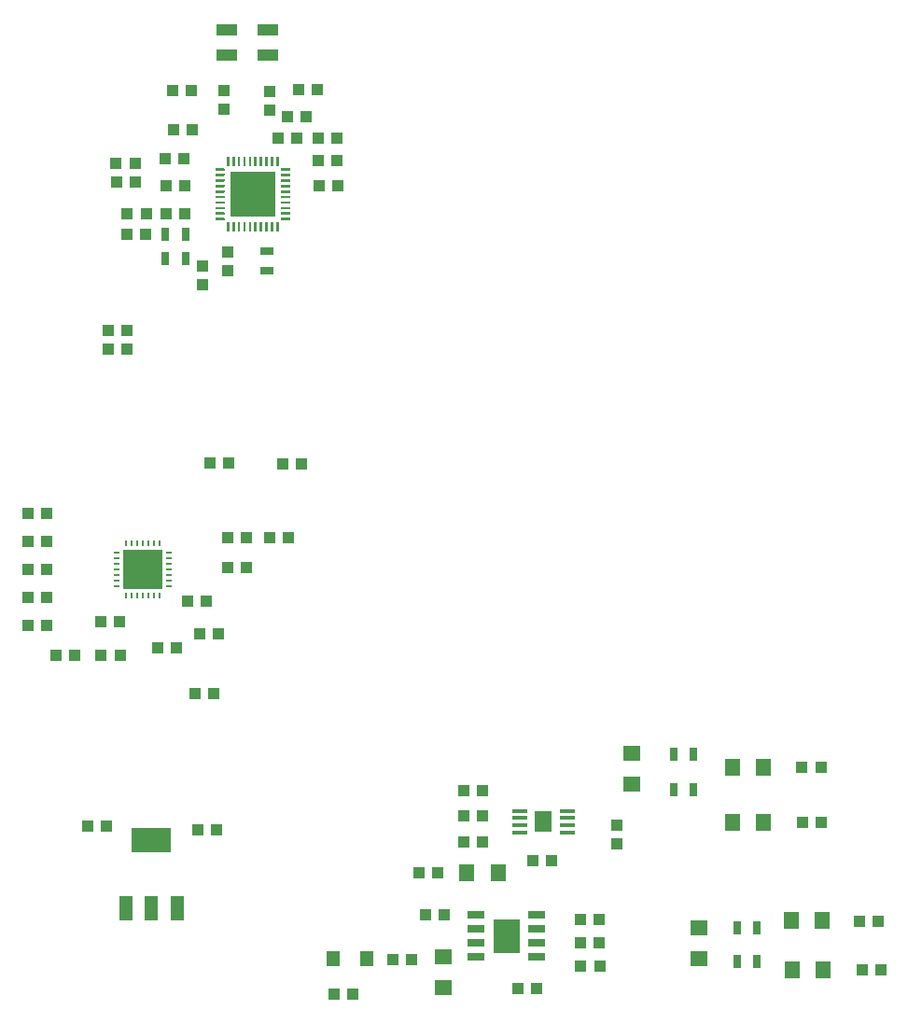
<source format=gbr>
G04 EAGLE Gerber X2 export*
%TF.Part,Single*%
%TF.FileFunction,Paste,Top*%
%TF.FilePolarity,Positive*%
%TF.GenerationSoftware,Autodesk,EAGLE,8.6.0*%
%TF.CreationDate,2018-05-28T12:08:45Z*%
G75*
%MOMM*%
%FSLAX34Y34*%
%LPD*%
%AMOC8*
5,1,8,0,0,1.08239X$1,22.5*%
G01*
%ADD10R,1.100000X1.000000*%
%ADD11R,3.600000X3.600000*%
%ADD12R,0.250000X0.600000*%
%ADD13R,0.600000X0.250000*%
%ADD14R,1.219200X2.235200*%
%ADD15R,3.600000X2.200000*%
%ADD16R,1.550000X0.650000*%
%ADD17R,2.410000X3.100000*%
%ADD18R,1.600000X1.400000*%
%ADD19R,1.200000X1.400000*%
%ADD20R,0.800000X1.200000*%
%ADD21R,1.400000X1.600000*%
%ADD22R,1.422400X0.431800*%
%ADD23R,1.574800X1.879600*%
%ADD24R,1.000000X1.100000*%
%ADD25R,0.838200X0.279400*%
%ADD26R,0.279400X0.838200*%
%ADD27R,4.140200X4.140200*%
%ADD28R,1.200000X0.800000*%
%ADD29R,1.900000X1.100000*%

G36*
X324106Y811019D02*
X324106Y811019D01*
X324108Y811018D01*
X325632Y812542D01*
X325632Y812545D01*
X325633Y812546D01*
X325633Y815340D01*
X325631Y815342D01*
X325632Y815344D01*
X324108Y816868D01*
X324105Y816868D01*
X324104Y816869D01*
X321310Y816869D01*
X321308Y816867D01*
X321306Y816868D01*
X319782Y815344D01*
X319782Y815342D01*
X319781Y815340D01*
X319781Y812546D01*
X319783Y812544D01*
X319782Y812542D01*
X321306Y811018D01*
X321309Y811018D01*
X321310Y811017D01*
X324104Y811017D01*
X324106Y811019D01*
G37*
G36*
X316232Y811019D02*
X316232Y811019D01*
X316234Y811018D01*
X317758Y812542D01*
X317758Y812545D01*
X317759Y812546D01*
X317759Y815340D01*
X317757Y815342D01*
X317758Y815344D01*
X316234Y816868D01*
X316231Y816868D01*
X316230Y816869D01*
X313436Y816869D01*
X313434Y816867D01*
X313432Y816868D01*
X311908Y815344D01*
X311908Y815342D01*
X311907Y815340D01*
X311907Y812546D01*
X311909Y812544D01*
X311908Y812542D01*
X313432Y811018D01*
X313435Y811018D01*
X313436Y811017D01*
X316230Y811017D01*
X316232Y811019D01*
G37*
G36*
X331980Y811019D02*
X331980Y811019D01*
X331982Y811018D01*
X333506Y812542D01*
X333506Y812545D01*
X333507Y812546D01*
X333507Y815340D01*
X333505Y815342D01*
X333506Y815344D01*
X331982Y816868D01*
X331979Y816868D01*
X331978Y816869D01*
X329184Y816869D01*
X329182Y816867D01*
X329180Y816868D01*
X327656Y815344D01*
X327656Y815342D01*
X327655Y815340D01*
X327655Y812546D01*
X327657Y812544D01*
X327656Y812542D01*
X329180Y811018D01*
X329183Y811018D01*
X329184Y811017D01*
X331978Y811017D01*
X331980Y811019D01*
G37*
G36*
X308358Y811019D02*
X308358Y811019D01*
X308360Y811018D01*
X309884Y812542D01*
X309884Y812545D01*
X309885Y812546D01*
X309885Y815340D01*
X309883Y815342D01*
X309884Y815344D01*
X308360Y816868D01*
X308357Y816868D01*
X308356Y816869D01*
X305562Y816869D01*
X305560Y816867D01*
X305558Y816868D01*
X304034Y815344D01*
X304034Y815342D01*
X304033Y815340D01*
X304033Y812546D01*
X304035Y812544D01*
X304034Y812542D01*
X305558Y811018D01*
X305561Y811018D01*
X305562Y811017D01*
X308356Y811017D01*
X308358Y811019D01*
G37*
G36*
X316232Y818893D02*
X316232Y818893D01*
X316234Y818892D01*
X317758Y820416D01*
X317758Y820419D01*
X317759Y820420D01*
X317759Y823214D01*
X317757Y823216D01*
X317758Y823218D01*
X316234Y824742D01*
X316231Y824742D01*
X316230Y824743D01*
X313436Y824743D01*
X313434Y824741D01*
X313432Y824742D01*
X311908Y823218D01*
X311908Y823216D01*
X311907Y823214D01*
X311907Y820420D01*
X311909Y820418D01*
X311908Y820416D01*
X313432Y818892D01*
X313435Y818892D01*
X313436Y818891D01*
X316230Y818891D01*
X316232Y818893D01*
G37*
G36*
X331980Y818893D02*
X331980Y818893D01*
X331982Y818892D01*
X333506Y820416D01*
X333506Y820419D01*
X333507Y820420D01*
X333507Y823214D01*
X333505Y823216D01*
X333506Y823218D01*
X331982Y824742D01*
X331979Y824742D01*
X331978Y824743D01*
X329184Y824743D01*
X329182Y824741D01*
X329180Y824742D01*
X327656Y823218D01*
X327656Y823216D01*
X327655Y823214D01*
X327655Y820420D01*
X327657Y820418D01*
X327656Y820416D01*
X329180Y818892D01*
X329183Y818892D01*
X329184Y818891D01*
X331978Y818891D01*
X331980Y818893D01*
G37*
G36*
X331980Y795271D02*
X331980Y795271D01*
X331982Y795270D01*
X333506Y796794D01*
X333506Y796797D01*
X333507Y796798D01*
X333507Y799592D01*
X333505Y799594D01*
X333506Y799596D01*
X331982Y801120D01*
X331979Y801120D01*
X331978Y801121D01*
X329184Y801121D01*
X329182Y801119D01*
X329180Y801120D01*
X327656Y799596D01*
X327656Y799594D01*
X327655Y799592D01*
X327655Y796798D01*
X327657Y796796D01*
X327656Y796794D01*
X329180Y795270D01*
X329183Y795270D01*
X329184Y795269D01*
X331978Y795269D01*
X331980Y795271D01*
G37*
G36*
X308358Y795271D02*
X308358Y795271D01*
X308360Y795270D01*
X309884Y796794D01*
X309884Y796797D01*
X309885Y796798D01*
X309885Y799592D01*
X309883Y799594D01*
X309884Y799596D01*
X308360Y801120D01*
X308357Y801120D01*
X308356Y801121D01*
X305562Y801121D01*
X305560Y801119D01*
X305558Y801120D01*
X304034Y799596D01*
X304034Y799594D01*
X304033Y799592D01*
X304033Y796798D01*
X304035Y796796D01*
X304034Y796794D01*
X305558Y795270D01*
X305561Y795270D01*
X305562Y795269D01*
X308356Y795269D01*
X308358Y795271D01*
G37*
G36*
X316232Y795271D02*
X316232Y795271D01*
X316234Y795270D01*
X317758Y796794D01*
X317758Y796797D01*
X317759Y796798D01*
X317759Y799592D01*
X317757Y799594D01*
X317758Y799596D01*
X316234Y801120D01*
X316231Y801120D01*
X316230Y801121D01*
X313436Y801121D01*
X313434Y801119D01*
X313432Y801120D01*
X311908Y799596D01*
X311908Y799594D01*
X311907Y799592D01*
X311907Y796798D01*
X311909Y796796D01*
X311908Y796794D01*
X313432Y795270D01*
X313435Y795270D01*
X313436Y795269D01*
X316230Y795269D01*
X316232Y795271D01*
G37*
G36*
X324106Y795271D02*
X324106Y795271D01*
X324108Y795270D01*
X325632Y796794D01*
X325632Y796797D01*
X325633Y796798D01*
X325633Y799592D01*
X325631Y799594D01*
X325632Y799596D01*
X324108Y801120D01*
X324105Y801120D01*
X324104Y801121D01*
X321310Y801121D01*
X321308Y801119D01*
X321306Y801120D01*
X319782Y799596D01*
X319782Y799594D01*
X319781Y799592D01*
X319781Y796798D01*
X319783Y796796D01*
X319782Y796794D01*
X321306Y795270D01*
X321309Y795270D01*
X321310Y795269D01*
X324104Y795269D01*
X324106Y795271D01*
G37*
G36*
X308358Y803145D02*
X308358Y803145D01*
X308360Y803144D01*
X309884Y804668D01*
X309884Y804671D01*
X309885Y804672D01*
X309885Y807466D01*
X309883Y807468D01*
X309884Y807470D01*
X308360Y808994D01*
X308357Y808994D01*
X308356Y808995D01*
X305562Y808995D01*
X305560Y808993D01*
X305558Y808994D01*
X304034Y807470D01*
X304034Y807468D01*
X304033Y807466D01*
X304033Y804672D01*
X304035Y804670D01*
X304034Y804668D01*
X305558Y803144D01*
X305561Y803144D01*
X305562Y803143D01*
X308356Y803143D01*
X308358Y803145D01*
G37*
G36*
X324106Y803145D02*
X324106Y803145D01*
X324108Y803144D01*
X325632Y804668D01*
X325632Y804671D01*
X325633Y804672D01*
X325633Y807466D01*
X325631Y807468D01*
X325632Y807470D01*
X324108Y808994D01*
X324105Y808994D01*
X324104Y808995D01*
X321310Y808995D01*
X321308Y808993D01*
X321306Y808994D01*
X319782Y807470D01*
X319782Y807468D01*
X319781Y807466D01*
X319781Y804672D01*
X319783Y804670D01*
X319782Y804668D01*
X321306Y803144D01*
X321309Y803144D01*
X321310Y803143D01*
X324104Y803143D01*
X324106Y803145D01*
G37*
G36*
X324106Y818893D02*
X324106Y818893D01*
X324108Y818892D01*
X325632Y820416D01*
X325632Y820419D01*
X325633Y820420D01*
X325633Y823214D01*
X325631Y823216D01*
X325632Y823218D01*
X324108Y824742D01*
X324105Y824742D01*
X324104Y824743D01*
X321310Y824743D01*
X321308Y824741D01*
X321306Y824742D01*
X319782Y823218D01*
X319782Y823216D01*
X319781Y823214D01*
X319781Y820420D01*
X319783Y820418D01*
X319782Y820416D01*
X321306Y818892D01*
X321309Y818892D01*
X321310Y818891D01*
X324104Y818891D01*
X324106Y818893D01*
G37*
G36*
X308358Y818893D02*
X308358Y818893D01*
X308360Y818892D01*
X309884Y820416D01*
X309884Y820419D01*
X309885Y820420D01*
X309885Y823214D01*
X309883Y823216D01*
X309884Y823218D01*
X308360Y824742D01*
X308357Y824742D01*
X308356Y824743D01*
X305562Y824743D01*
X305560Y824741D01*
X305558Y824742D01*
X304034Y823218D01*
X304034Y823216D01*
X304033Y823214D01*
X304033Y820420D01*
X304035Y820418D01*
X304034Y820416D01*
X305558Y818892D01*
X305561Y818892D01*
X305562Y818891D01*
X308356Y818891D01*
X308358Y818893D01*
G37*
G36*
X316232Y803145D02*
X316232Y803145D01*
X316234Y803144D01*
X317758Y804668D01*
X317758Y804671D01*
X317759Y804672D01*
X317759Y807466D01*
X317757Y807468D01*
X317758Y807470D01*
X316234Y808994D01*
X316231Y808994D01*
X316230Y808995D01*
X313436Y808995D01*
X313434Y808993D01*
X313432Y808994D01*
X311908Y807470D01*
X311908Y807468D01*
X311907Y807466D01*
X311907Y804672D01*
X311909Y804670D01*
X311908Y804668D01*
X313432Y803144D01*
X313435Y803144D01*
X313436Y803143D01*
X316230Y803143D01*
X316232Y803145D01*
G37*
G36*
X331980Y803145D02*
X331980Y803145D01*
X331982Y803144D01*
X333506Y804668D01*
X333506Y804671D01*
X333507Y804672D01*
X333507Y807466D01*
X333505Y807468D01*
X333506Y807470D01*
X331982Y808994D01*
X331979Y808994D01*
X331978Y808995D01*
X329184Y808995D01*
X329182Y808993D01*
X329180Y808994D01*
X327656Y807470D01*
X327656Y807468D01*
X327655Y807466D01*
X327655Y804672D01*
X327657Y804670D01*
X327656Y804668D01*
X329180Y803144D01*
X329183Y803144D01*
X329184Y803143D01*
X331978Y803143D01*
X331980Y803145D01*
G37*
G36*
X352557Y806449D02*
X352557Y806449D01*
X352557Y806450D01*
X352557Y808736D01*
X352553Y808741D01*
X352552Y808741D01*
X344424Y808741D01*
X344419Y808737D01*
X344419Y808736D01*
X344419Y806450D01*
X344423Y806445D01*
X344424Y806445D01*
X352552Y806445D01*
X352557Y806449D01*
G37*
G36*
X293121Y806449D02*
X293121Y806449D01*
X293121Y806450D01*
X293121Y808736D01*
X293117Y808741D01*
X293116Y808741D01*
X284988Y808741D01*
X284983Y808737D01*
X284983Y808736D01*
X284983Y806450D01*
X284987Y806445D01*
X284988Y806445D01*
X293116Y806445D01*
X293121Y806449D01*
G37*
G36*
X352557Y786383D02*
X352557Y786383D01*
X352557Y786384D01*
X352557Y788670D01*
X352553Y788675D01*
X352552Y788675D01*
X344424Y788675D01*
X344419Y788671D01*
X344419Y788670D01*
X344419Y786384D01*
X344423Y786379D01*
X344424Y786379D01*
X352552Y786379D01*
X352557Y786383D01*
G37*
G36*
X352557Y826261D02*
X352557Y826261D01*
X352557Y826262D01*
X352557Y828548D01*
X352553Y828553D01*
X352552Y828553D01*
X344424Y828553D01*
X344419Y828549D01*
X344419Y828548D01*
X344419Y826262D01*
X344423Y826257D01*
X344424Y826257D01*
X352552Y826257D01*
X352557Y826261D01*
G37*
G36*
X293121Y801369D02*
X293121Y801369D01*
X293121Y801370D01*
X293121Y803656D01*
X293117Y803661D01*
X293116Y803661D01*
X284988Y803661D01*
X284983Y803657D01*
X284983Y803656D01*
X284983Y801370D01*
X284987Y801365D01*
X284988Y801365D01*
X293116Y801365D01*
X293121Y801369D01*
G37*
G36*
X352557Y801369D02*
X352557Y801369D01*
X352557Y801370D01*
X352557Y803656D01*
X352553Y803661D01*
X352552Y803661D01*
X344424Y803661D01*
X344419Y803657D01*
X344419Y803656D01*
X344419Y801370D01*
X344423Y801365D01*
X344424Y801365D01*
X352552Y801365D01*
X352557Y801369D01*
G37*
G36*
X352557Y831341D02*
X352557Y831341D01*
X352557Y831342D01*
X352557Y833628D01*
X352553Y833633D01*
X352552Y833633D01*
X344424Y833633D01*
X344419Y833629D01*
X344419Y833628D01*
X344419Y831342D01*
X344423Y831337D01*
X344424Y831337D01*
X352552Y831337D01*
X352557Y831341D01*
G37*
G36*
X293121Y831341D02*
X293121Y831341D01*
X293121Y831342D01*
X293121Y833628D01*
X293117Y833633D01*
X293116Y833633D01*
X284988Y833633D01*
X284983Y833629D01*
X284983Y833628D01*
X284983Y831342D01*
X284987Y831337D01*
X284988Y831337D01*
X293116Y831337D01*
X293121Y831341D01*
G37*
G36*
X352557Y796289D02*
X352557Y796289D01*
X352557Y796290D01*
X352557Y798576D01*
X352553Y798581D01*
X352552Y798581D01*
X344424Y798581D01*
X344419Y798577D01*
X344419Y798576D01*
X344419Y796290D01*
X344423Y796285D01*
X344424Y796285D01*
X352552Y796285D01*
X352557Y796289D01*
G37*
G36*
X293121Y796289D02*
X293121Y796289D01*
X293121Y796290D01*
X293121Y798576D01*
X293117Y798581D01*
X293116Y798581D01*
X284988Y798581D01*
X284983Y798577D01*
X284983Y798576D01*
X284983Y796290D01*
X284987Y796285D01*
X284988Y796285D01*
X293116Y796285D01*
X293121Y796289D01*
G37*
G36*
X293121Y821435D02*
X293121Y821435D01*
X293121Y821436D01*
X293121Y823722D01*
X293117Y823727D01*
X293116Y823727D01*
X284988Y823727D01*
X284983Y823723D01*
X284983Y823722D01*
X284983Y821436D01*
X284987Y821431D01*
X284988Y821431D01*
X293116Y821431D01*
X293121Y821435D01*
G37*
G36*
X352557Y821435D02*
X352557Y821435D01*
X352557Y821436D01*
X352557Y823722D01*
X352553Y823727D01*
X352552Y823727D01*
X344424Y823727D01*
X344419Y823723D01*
X344419Y823722D01*
X344419Y821436D01*
X344423Y821431D01*
X344424Y821431D01*
X352552Y821431D01*
X352557Y821435D01*
G37*
G36*
X352557Y816355D02*
X352557Y816355D01*
X352557Y816356D01*
X352557Y818642D01*
X352553Y818647D01*
X352552Y818647D01*
X344424Y818647D01*
X344419Y818643D01*
X344419Y818642D01*
X344419Y816356D01*
X344423Y816351D01*
X344424Y816351D01*
X352552Y816351D01*
X352557Y816355D01*
G37*
G36*
X293121Y816355D02*
X293121Y816355D01*
X293121Y816356D01*
X293121Y818642D01*
X293117Y818647D01*
X293116Y818647D01*
X284988Y818647D01*
X284983Y818643D01*
X284983Y818642D01*
X284983Y816356D01*
X284987Y816351D01*
X284988Y816351D01*
X293116Y816351D01*
X293121Y816355D01*
G37*
G36*
X352557Y791463D02*
X352557Y791463D01*
X352557Y791464D01*
X352557Y793750D01*
X352553Y793755D01*
X352552Y793755D01*
X344424Y793755D01*
X344419Y793751D01*
X344419Y793750D01*
X344419Y791464D01*
X344423Y791459D01*
X344424Y791459D01*
X352552Y791459D01*
X352557Y791463D01*
G37*
G36*
X352557Y811275D02*
X352557Y811275D01*
X352557Y811276D01*
X352557Y813562D01*
X352553Y813567D01*
X352552Y813567D01*
X344424Y813567D01*
X344419Y813563D01*
X344419Y813562D01*
X344419Y811276D01*
X344423Y811271D01*
X344424Y811271D01*
X352552Y811271D01*
X352557Y811275D01*
G37*
G36*
X293121Y791463D02*
X293121Y791463D01*
X293121Y791464D01*
X293121Y793750D01*
X293117Y793755D01*
X293116Y793755D01*
X284988Y793755D01*
X284983Y793751D01*
X284983Y793750D01*
X284983Y791464D01*
X284987Y791459D01*
X284988Y791459D01*
X293116Y791459D01*
X293121Y791463D01*
G37*
G36*
X293121Y811275D02*
X293121Y811275D01*
X293121Y811276D01*
X293121Y813562D01*
X293117Y813567D01*
X293116Y813567D01*
X284988Y813567D01*
X284983Y813563D01*
X284983Y813562D01*
X284983Y811276D01*
X284987Y811271D01*
X284988Y811271D01*
X293116Y811271D01*
X293121Y811275D01*
G37*
G36*
X293121Y786383D02*
X293121Y786383D01*
X293121Y786384D01*
X293121Y788670D01*
X293117Y788675D01*
X293116Y788675D01*
X284988Y788675D01*
X284983Y788671D01*
X284983Y788670D01*
X284983Y786384D01*
X284987Y786379D01*
X284988Y786379D01*
X293116Y786379D01*
X293121Y786383D01*
G37*
G36*
X293121Y826261D02*
X293121Y826261D01*
X293121Y826262D01*
X293121Y828548D01*
X293117Y828553D01*
X293116Y828553D01*
X284988Y828553D01*
X284983Y828549D01*
X284983Y828548D01*
X284983Y826262D01*
X284987Y826257D01*
X284988Y826257D01*
X293116Y826257D01*
X293121Y826261D01*
G37*
G36*
X342397Y776223D02*
X342397Y776223D01*
X342397Y776224D01*
X342397Y784352D01*
X342393Y784357D01*
X342392Y784357D01*
X340106Y784357D01*
X340101Y784353D01*
X340101Y784352D01*
X340101Y776224D01*
X340105Y776219D01*
X340106Y776219D01*
X342392Y776219D01*
X342397Y776223D01*
G37*
G36*
X297439Y835659D02*
X297439Y835659D01*
X297439Y835660D01*
X297439Y843788D01*
X297435Y843793D01*
X297434Y843793D01*
X295148Y843793D01*
X295143Y843789D01*
X295143Y843788D01*
X295143Y835660D01*
X295147Y835655D01*
X295148Y835655D01*
X297434Y835655D01*
X297439Y835659D01*
G37*
G36*
X332491Y776223D02*
X332491Y776223D01*
X332491Y776224D01*
X332491Y784352D01*
X332487Y784357D01*
X332486Y784357D01*
X330200Y784357D01*
X330195Y784353D01*
X330195Y784352D01*
X330195Y776224D01*
X330199Y776219D01*
X330200Y776219D01*
X332486Y776219D01*
X332491Y776223D01*
G37*
G36*
X312425Y776223D02*
X312425Y776223D01*
X312425Y776224D01*
X312425Y784352D01*
X312421Y784357D01*
X312420Y784357D01*
X310134Y784357D01*
X310129Y784353D01*
X310129Y784352D01*
X310129Y776224D01*
X310133Y776219D01*
X310134Y776219D01*
X312420Y776219D01*
X312425Y776223D01*
G37*
G36*
X322331Y776223D02*
X322331Y776223D01*
X322331Y776224D01*
X322331Y784352D01*
X322327Y784357D01*
X322326Y784357D01*
X320040Y784357D01*
X320035Y784353D01*
X320035Y784352D01*
X320035Y776224D01*
X320039Y776219D01*
X320040Y776219D01*
X322326Y776219D01*
X322331Y776223D01*
G37*
G36*
X337317Y776223D02*
X337317Y776223D01*
X337317Y776224D01*
X337317Y784352D01*
X337313Y784357D01*
X337312Y784357D01*
X335026Y784357D01*
X335021Y784353D01*
X335021Y784352D01*
X335021Y776224D01*
X335025Y776219D01*
X335026Y776219D01*
X337312Y776219D01*
X337317Y776223D01*
G37*
G36*
X317505Y776223D02*
X317505Y776223D01*
X317505Y776224D01*
X317505Y784352D01*
X317501Y784357D01*
X317500Y784357D01*
X315214Y784357D01*
X315209Y784353D01*
X315209Y784352D01*
X315209Y776224D01*
X315213Y776219D01*
X315214Y776219D01*
X317500Y776219D01*
X317505Y776223D01*
G37*
G36*
X307345Y776223D02*
X307345Y776223D01*
X307345Y776224D01*
X307345Y784352D01*
X307341Y784357D01*
X307340Y784357D01*
X305054Y784357D01*
X305049Y784353D01*
X305049Y784352D01*
X305049Y776224D01*
X305053Y776219D01*
X305054Y776219D01*
X307340Y776219D01*
X307345Y776223D01*
G37*
G36*
X302519Y776223D02*
X302519Y776223D01*
X302519Y776224D01*
X302519Y784352D01*
X302515Y784357D01*
X302514Y784357D01*
X300228Y784357D01*
X300223Y784353D01*
X300223Y784352D01*
X300223Y776224D01*
X300227Y776219D01*
X300228Y776219D01*
X302514Y776219D01*
X302519Y776223D01*
G37*
G36*
X327411Y776223D02*
X327411Y776223D01*
X327411Y776224D01*
X327411Y784352D01*
X327407Y784357D01*
X327406Y784357D01*
X325120Y784357D01*
X325115Y784353D01*
X325115Y784352D01*
X325115Y776224D01*
X325119Y776219D01*
X325120Y776219D01*
X327406Y776219D01*
X327411Y776223D01*
G37*
G36*
X297439Y776223D02*
X297439Y776223D01*
X297439Y776224D01*
X297439Y784352D01*
X297435Y784357D01*
X297434Y784357D01*
X295148Y784357D01*
X295143Y784353D01*
X295143Y784352D01*
X295143Y776224D01*
X295147Y776219D01*
X295148Y776219D01*
X297434Y776219D01*
X297439Y776223D01*
G37*
G36*
X302519Y835659D02*
X302519Y835659D01*
X302519Y835660D01*
X302519Y843788D01*
X302515Y843793D01*
X302514Y843793D01*
X300228Y843793D01*
X300223Y843789D01*
X300223Y843788D01*
X300223Y835660D01*
X300227Y835655D01*
X300228Y835655D01*
X302514Y835655D01*
X302519Y835659D01*
G37*
G36*
X317505Y835659D02*
X317505Y835659D01*
X317505Y835660D01*
X317505Y843788D01*
X317501Y843793D01*
X317500Y843793D01*
X315214Y843793D01*
X315209Y843789D01*
X315209Y843788D01*
X315209Y835660D01*
X315213Y835655D01*
X315214Y835655D01*
X317500Y835655D01*
X317505Y835659D01*
G37*
G36*
X327411Y835659D02*
X327411Y835659D01*
X327411Y835660D01*
X327411Y843788D01*
X327407Y843793D01*
X327406Y843793D01*
X325120Y843793D01*
X325115Y843789D01*
X325115Y843788D01*
X325115Y835660D01*
X325119Y835655D01*
X325120Y835655D01*
X327406Y835655D01*
X327411Y835659D01*
G37*
G36*
X337317Y835659D02*
X337317Y835659D01*
X337317Y835660D01*
X337317Y843788D01*
X337313Y843793D01*
X337312Y843793D01*
X335026Y843793D01*
X335021Y843789D01*
X335021Y843788D01*
X335021Y835660D01*
X335025Y835655D01*
X335026Y835655D01*
X337312Y835655D01*
X337317Y835659D01*
G37*
G36*
X322331Y835659D02*
X322331Y835659D01*
X322331Y835660D01*
X322331Y843788D01*
X322327Y843793D01*
X322326Y843793D01*
X320040Y843793D01*
X320035Y843789D01*
X320035Y843788D01*
X320035Y835660D01*
X320039Y835655D01*
X320040Y835655D01*
X322326Y835655D01*
X322331Y835659D01*
G37*
G36*
X307345Y835659D02*
X307345Y835659D01*
X307345Y835660D01*
X307345Y843788D01*
X307341Y843793D01*
X307340Y843793D01*
X305054Y843793D01*
X305049Y843789D01*
X305049Y843788D01*
X305049Y835660D01*
X305053Y835655D01*
X305054Y835655D01*
X307340Y835655D01*
X307345Y835659D01*
G37*
G36*
X332491Y835659D02*
X332491Y835659D01*
X332491Y835660D01*
X332491Y843788D01*
X332487Y843793D01*
X332486Y843793D01*
X330200Y843793D01*
X330195Y843789D01*
X330195Y843788D01*
X330195Y835660D01*
X330199Y835655D01*
X330200Y835655D01*
X332486Y835655D01*
X332491Y835659D01*
G37*
G36*
X342397Y835659D02*
X342397Y835659D01*
X342397Y835660D01*
X342397Y843788D01*
X342393Y843793D01*
X342392Y843793D01*
X340106Y843793D01*
X340101Y843789D01*
X340101Y843788D01*
X340101Y835660D01*
X340105Y835655D01*
X340106Y835655D01*
X342392Y835655D01*
X342397Y835659D01*
G37*
G36*
X312425Y835659D02*
X312425Y835659D01*
X312425Y835660D01*
X312425Y843788D01*
X312421Y843793D01*
X312420Y843793D01*
X310134Y843793D01*
X310129Y843789D01*
X310129Y843788D01*
X310129Y835660D01*
X310133Y835655D01*
X310134Y835655D01*
X312420Y835655D01*
X312425Y835659D01*
G37*
G36*
X338841Y811021D02*
X338841Y811021D01*
X338841Y811022D01*
X338841Y816864D01*
X338837Y816869D01*
X338836Y816869D01*
X337058Y816869D01*
X337056Y816867D01*
X337054Y816868D01*
X335530Y815344D01*
X335530Y815342D01*
X335529Y815340D01*
X335529Y812546D01*
X335531Y812544D01*
X335530Y812542D01*
X337054Y811018D01*
X337057Y811018D01*
X337058Y811017D01*
X338836Y811017D01*
X338841Y811021D01*
G37*
G36*
X338841Y818895D02*
X338841Y818895D01*
X338841Y818896D01*
X338841Y824738D01*
X338837Y824743D01*
X338836Y824743D01*
X337058Y824743D01*
X337056Y824741D01*
X337054Y824742D01*
X335530Y823218D01*
X335530Y823216D01*
X335529Y823214D01*
X335529Y820420D01*
X335531Y820418D01*
X335530Y820416D01*
X337054Y818892D01*
X337057Y818892D01*
X337058Y818891D01*
X338836Y818891D01*
X338841Y818895D01*
G37*
G36*
X338841Y803147D02*
X338841Y803147D01*
X338841Y803148D01*
X338841Y808990D01*
X338837Y808995D01*
X338836Y808995D01*
X337058Y808995D01*
X337056Y808993D01*
X337054Y808994D01*
X335530Y807470D01*
X335530Y807468D01*
X335529Y807466D01*
X335529Y804672D01*
X335531Y804670D01*
X335530Y804668D01*
X337054Y803144D01*
X337057Y803144D01*
X337058Y803143D01*
X338836Y803143D01*
X338841Y803147D01*
G37*
G36*
X338841Y795273D02*
X338841Y795273D01*
X338841Y795274D01*
X338841Y801116D01*
X338837Y801121D01*
X338836Y801121D01*
X337058Y801121D01*
X337056Y801119D01*
X337054Y801120D01*
X335530Y799596D01*
X335530Y799594D01*
X335529Y799592D01*
X335529Y796798D01*
X335531Y796796D01*
X335530Y796794D01*
X337054Y795270D01*
X337057Y795270D01*
X337058Y795269D01*
X338836Y795269D01*
X338841Y795273D01*
G37*
G36*
X308358Y826767D02*
X308358Y826767D01*
X308360Y826766D01*
X309884Y828290D01*
X309884Y828293D01*
X309885Y828294D01*
X309885Y830072D01*
X309881Y830077D01*
X309880Y830077D01*
X304038Y830077D01*
X304033Y830073D01*
X304033Y830072D01*
X304033Y828294D01*
X304035Y828292D01*
X304034Y828290D01*
X305558Y826766D01*
X305561Y826766D01*
X305562Y826765D01*
X308356Y826765D01*
X308358Y826767D01*
G37*
G36*
X331980Y826767D02*
X331980Y826767D01*
X331982Y826766D01*
X333506Y828290D01*
X333506Y828293D01*
X333507Y828294D01*
X333507Y830072D01*
X333503Y830077D01*
X333502Y830077D01*
X327660Y830077D01*
X327655Y830073D01*
X327655Y830072D01*
X327655Y828294D01*
X327657Y828292D01*
X327656Y828290D01*
X329180Y826766D01*
X329183Y826766D01*
X329184Y826765D01*
X331978Y826765D01*
X331980Y826767D01*
G37*
G36*
X316232Y826767D02*
X316232Y826767D01*
X316234Y826766D01*
X317758Y828290D01*
X317758Y828293D01*
X317759Y828294D01*
X317759Y830072D01*
X317755Y830077D01*
X317754Y830077D01*
X311912Y830077D01*
X311907Y830073D01*
X311907Y830072D01*
X311907Y828294D01*
X311909Y828292D01*
X311908Y828290D01*
X313432Y826766D01*
X313435Y826766D01*
X313436Y826765D01*
X316230Y826765D01*
X316232Y826767D01*
G37*
G36*
X324106Y826767D02*
X324106Y826767D01*
X324108Y826766D01*
X325632Y828290D01*
X325632Y828293D01*
X325633Y828294D01*
X325633Y830072D01*
X325629Y830077D01*
X325628Y830077D01*
X319786Y830077D01*
X319781Y830073D01*
X319781Y830072D01*
X319781Y828294D01*
X319783Y828292D01*
X319782Y828290D01*
X321306Y826766D01*
X321309Y826766D01*
X321310Y826765D01*
X324104Y826765D01*
X324106Y826767D01*
G37*
G36*
X317759Y789939D02*
X317759Y789939D01*
X317759Y789940D01*
X317759Y791718D01*
X317757Y791720D01*
X317758Y791722D01*
X316234Y793246D01*
X316231Y793246D01*
X316230Y793247D01*
X313436Y793247D01*
X313434Y793245D01*
X313432Y793246D01*
X311908Y791722D01*
X311908Y791720D01*
X311908Y791719D01*
X311907Y791718D01*
X311907Y789940D01*
X311911Y789935D01*
X311912Y789935D01*
X317754Y789935D01*
X317759Y789939D01*
G37*
G36*
X309885Y789939D02*
X309885Y789939D01*
X309885Y789940D01*
X309885Y791718D01*
X309883Y791720D01*
X309884Y791722D01*
X308360Y793246D01*
X308357Y793246D01*
X308356Y793247D01*
X305562Y793247D01*
X305560Y793245D01*
X305558Y793246D01*
X304034Y791722D01*
X304034Y791720D01*
X304034Y791719D01*
X304033Y791718D01*
X304033Y789940D01*
X304037Y789935D01*
X304038Y789935D01*
X309880Y789935D01*
X309885Y789939D01*
G37*
G36*
X333507Y789939D02*
X333507Y789939D01*
X333507Y789940D01*
X333507Y791718D01*
X333505Y791720D01*
X333506Y791722D01*
X331982Y793246D01*
X331979Y793246D01*
X331978Y793247D01*
X329184Y793247D01*
X329182Y793245D01*
X329180Y793246D01*
X327656Y791722D01*
X327656Y791720D01*
X327656Y791719D01*
X327655Y791718D01*
X327655Y789940D01*
X327659Y789935D01*
X327660Y789935D01*
X333502Y789935D01*
X333507Y789939D01*
G37*
G36*
X325633Y789939D02*
X325633Y789939D01*
X325633Y789940D01*
X325633Y791718D01*
X325631Y791720D01*
X325632Y791722D01*
X324108Y793246D01*
X324105Y793246D01*
X324104Y793247D01*
X321310Y793247D01*
X321308Y793245D01*
X321306Y793246D01*
X319782Y791722D01*
X319782Y791720D01*
X319782Y791719D01*
X319781Y791718D01*
X319781Y789940D01*
X319785Y789935D01*
X319786Y789935D01*
X325628Y789935D01*
X325633Y789939D01*
G37*
G36*
X300484Y803145D02*
X300484Y803145D01*
X300486Y803144D01*
X302010Y804668D01*
X302010Y804671D01*
X302011Y804672D01*
X302011Y807466D01*
X302009Y807468D01*
X302010Y807470D01*
X300486Y808994D01*
X300483Y808994D01*
X300482Y808995D01*
X298704Y808995D01*
X298699Y808991D01*
X298699Y808990D01*
X298699Y803148D01*
X298703Y803143D01*
X298704Y803143D01*
X300482Y803143D01*
X300484Y803145D01*
G37*
G36*
X300484Y818893D02*
X300484Y818893D01*
X300486Y818892D01*
X302010Y820416D01*
X302010Y820419D01*
X302011Y820420D01*
X302011Y823214D01*
X302009Y823216D01*
X302010Y823218D01*
X300486Y824742D01*
X300483Y824742D01*
X300482Y824743D01*
X298704Y824743D01*
X298699Y824739D01*
X298699Y824738D01*
X298699Y818896D01*
X298703Y818891D01*
X298704Y818891D01*
X300482Y818891D01*
X300484Y818893D01*
G37*
G36*
X300484Y811019D02*
X300484Y811019D01*
X300486Y811018D01*
X302010Y812542D01*
X302010Y812545D01*
X302011Y812546D01*
X302011Y815340D01*
X302009Y815342D01*
X302010Y815344D01*
X300486Y816868D01*
X300483Y816868D01*
X300482Y816869D01*
X298704Y816869D01*
X298699Y816865D01*
X298699Y816864D01*
X298699Y811022D01*
X298703Y811017D01*
X298704Y811017D01*
X300482Y811017D01*
X300484Y811019D01*
G37*
G36*
X300484Y795271D02*
X300484Y795271D01*
X300486Y795270D01*
X302010Y796794D01*
X302010Y796797D01*
X302011Y796798D01*
X302011Y799592D01*
X302009Y799594D01*
X302010Y799596D01*
X300486Y801120D01*
X300483Y801120D01*
X300482Y801121D01*
X298704Y801121D01*
X298699Y801117D01*
X298699Y801116D01*
X298699Y795274D01*
X298703Y795269D01*
X298704Y795269D01*
X300482Y795269D01*
X300484Y795271D01*
G37*
G36*
X338841Y826769D02*
X338841Y826769D01*
X338841Y826770D01*
X338841Y830072D01*
X338837Y830077D01*
X338836Y830077D01*
X335534Y830077D01*
X335529Y830073D01*
X335529Y830072D01*
X335529Y828294D01*
X335531Y828292D01*
X335530Y828290D01*
X337054Y826766D01*
X337057Y826766D01*
X337058Y826765D01*
X338836Y826765D01*
X338841Y826769D01*
G37*
G36*
X338841Y789939D02*
X338841Y789939D01*
X338841Y789940D01*
X338841Y793242D01*
X338837Y793247D01*
X338836Y793247D01*
X337058Y793247D01*
X337056Y793245D01*
X337054Y793246D01*
X335530Y791722D01*
X335530Y791720D01*
X335530Y791719D01*
X335529Y791718D01*
X335529Y789940D01*
X335533Y789935D01*
X335534Y789935D01*
X338836Y789935D01*
X338841Y789939D01*
G37*
G36*
X300484Y826767D02*
X300484Y826767D01*
X300486Y826766D01*
X302010Y828290D01*
X302010Y828293D01*
X302011Y828294D01*
X302011Y830072D01*
X302007Y830077D01*
X302006Y830077D01*
X298704Y830077D01*
X298699Y830073D01*
X298699Y830072D01*
X298699Y826770D01*
X298703Y826765D01*
X298704Y826765D01*
X300482Y826765D01*
X300484Y826767D01*
G37*
G36*
X302011Y789939D02*
X302011Y789939D01*
X302011Y789940D01*
X302011Y791718D01*
X302009Y791720D01*
X302010Y791722D01*
X300486Y793246D01*
X300483Y793246D01*
X300482Y793247D01*
X298704Y793247D01*
X298699Y793243D01*
X298699Y793242D01*
X298699Y789940D01*
X298703Y789935D01*
X298704Y789935D01*
X302006Y789935D01*
X302011Y789939D01*
G37*
D10*
X169300Y236538D03*
X186300Y236538D03*
X285995Y233680D03*
X268995Y233680D03*
D11*
X219075Y469900D03*
D12*
X219075Y493900D03*
X224075Y493900D03*
X229075Y493900D03*
X234075Y493900D03*
X214075Y493900D03*
X209075Y493900D03*
X204075Y493900D03*
X219075Y445900D03*
X224075Y445900D03*
X229075Y445900D03*
X234075Y445900D03*
D13*
X243075Y469900D03*
X243075Y464900D03*
X243075Y459900D03*
X243075Y454900D03*
X243075Y474900D03*
X243075Y479900D03*
X243075Y484900D03*
X195075Y469900D03*
X195075Y464900D03*
X195075Y459900D03*
X195075Y454900D03*
X195075Y474900D03*
X195075Y479900D03*
X195075Y484900D03*
D12*
X214075Y445900D03*
X209075Y445900D03*
X204075Y445900D03*
D10*
X266138Y357188D03*
X283138Y357188D03*
D14*
X203899Y162687D03*
X227013Y162687D03*
X250127Y162687D03*
D15*
X227013Y224665D03*
D10*
X345830Y565468D03*
X362830Y565468D03*
X296790Y566420D03*
X279790Y566420D03*
X296300Y471488D03*
X313300Y471488D03*
X296300Y498475D03*
X313300Y498475D03*
X334400Y498475D03*
X351400Y498475D03*
X259788Y441325D03*
X276788Y441325D03*
X270900Y411163D03*
X287900Y411163D03*
X157408Y392113D03*
X140408Y392113D03*
X198048Y421958D03*
X181048Y421958D03*
X181365Y391795D03*
X198365Y391795D03*
X114690Y520700D03*
X131690Y520700D03*
X114690Y495300D03*
X131690Y495300D03*
X114690Y469900D03*
X131690Y469900D03*
X114690Y444500D03*
X131690Y444500D03*
X114690Y419100D03*
X131690Y419100D03*
X232800Y398463D03*
X249800Y398463D03*
X559698Y89662D03*
X576698Y89662D03*
D16*
X521644Y156210D03*
X521644Y143510D03*
X521644Y130810D03*
X521644Y118110D03*
X576144Y118110D03*
X576144Y130810D03*
X576144Y143510D03*
X576144Y156210D03*
D17*
X548894Y137160D03*
D10*
X616594Y109728D03*
X633594Y109728D03*
X633340Y152654D03*
X616340Y152654D03*
X492624Y156210D03*
X475624Y156210D03*
X633340Y130810D03*
X616340Y130810D03*
D18*
X491490Y90140D03*
X491490Y118140D03*
D19*
X422162Y116586D03*
X392162Y116586D03*
D10*
X409312Y84582D03*
X392312Y84582D03*
D18*
X723392Y116302D03*
X723392Y144302D03*
D20*
X758334Y144272D03*
X776334Y144272D03*
X758588Y114554D03*
X776588Y114554D03*
D21*
X835182Y151384D03*
X807182Y151384D03*
X836198Y106934D03*
X808198Y106934D03*
D10*
X869578Y150876D03*
X886578Y150876D03*
X871610Y106680D03*
X888610Y106680D03*
D22*
X560832Y250698D03*
X560832Y244348D03*
X560832Y237744D03*
X560832Y231394D03*
X604520Y231394D03*
X604520Y237744D03*
X604520Y244348D03*
X604520Y250698D03*
D23*
X582676Y241046D03*
D21*
X541304Y194818D03*
X513304Y194818D03*
D24*
X648970Y237608D03*
X648970Y220608D03*
D10*
X527168Y269240D03*
X510168Y269240D03*
X510168Y222504D03*
X527168Y222504D03*
X510168Y245872D03*
X527168Y245872D03*
X572906Y205740D03*
X589906Y205740D03*
X462906Y116078D03*
X445906Y116078D03*
X486528Y194818D03*
X469528Y194818D03*
D18*
X662940Y274798D03*
X662940Y302798D03*
D20*
X700676Y269748D03*
X718676Y269748D03*
X700676Y302514D03*
X718676Y302514D03*
D21*
X782096Y240030D03*
X754096Y240030D03*
X781842Y290576D03*
X753842Y290576D03*
D10*
X817508Y240030D03*
X834508Y240030D03*
X817254Y290068D03*
X834254Y290068D03*
D25*
X289020Y832506D03*
X289020Y827506D03*
X289020Y822506D03*
X289020Y817506D03*
X289020Y812506D03*
X289020Y807506D03*
X289020Y802506D03*
X289020Y797506D03*
X289020Y792506D03*
X289020Y787506D03*
D26*
X296264Y780256D03*
X301266Y780256D03*
X306267Y780256D03*
X311268Y780256D03*
X316269Y780256D03*
X321271Y780256D03*
X326272Y780256D03*
X331273Y780256D03*
X336274Y780256D03*
X341276Y780256D03*
D25*
X348520Y787506D03*
X348520Y792506D03*
X348520Y797506D03*
X348520Y802506D03*
X348520Y807506D03*
X348520Y812506D03*
X348520Y817506D03*
X348520Y822506D03*
X348520Y827506D03*
X348520Y832506D03*
D26*
X341276Y839756D03*
X336274Y839756D03*
X331273Y839756D03*
X326272Y839756D03*
X321271Y839756D03*
X316269Y839756D03*
X311268Y839756D03*
X306267Y839756D03*
X301266Y839756D03*
X296264Y839756D03*
D27*
X318770Y810006D03*
D24*
X296418Y757800D03*
X296418Y740800D03*
D28*
X331470Y758808D03*
X331470Y740808D03*
D10*
X239658Y842518D03*
X256658Y842518D03*
D20*
X239666Y773684D03*
X257666Y773684D03*
D10*
X378342Y860806D03*
X395342Y860806D03*
X264024Y868934D03*
X247024Y868934D03*
D20*
X257666Y751586D03*
X239666Y751586D03*
D10*
X240166Y817626D03*
X257166Y817626D03*
X195208Y820928D03*
X212208Y820928D03*
X194954Y837692D03*
X211954Y837692D03*
X187588Y686308D03*
X204588Y686308D03*
X187588Y669544D03*
X204588Y669544D03*
D29*
X295444Y936174D03*
X332444Y959174D03*
X295444Y959174D03*
X332444Y936174D03*
D24*
X292608Y886850D03*
X292608Y903850D03*
X334518Y903342D03*
X334518Y886342D03*
D10*
X246262Y904240D03*
X263262Y904240D03*
X360308Y905002D03*
X377308Y905002D03*
X378088Y840232D03*
X395088Y840232D03*
X396104Y817626D03*
X379104Y817626D03*
X350656Y880364D03*
X367656Y880364D03*
X342020Y860806D03*
X359020Y860806D03*
D24*
X273558Y745354D03*
X273558Y728354D03*
D10*
X257420Y792480D03*
X240420Y792480D03*
X222114Y792480D03*
X205114Y792480D03*
X221352Y773684D03*
X204352Y773684D03*
M02*

</source>
